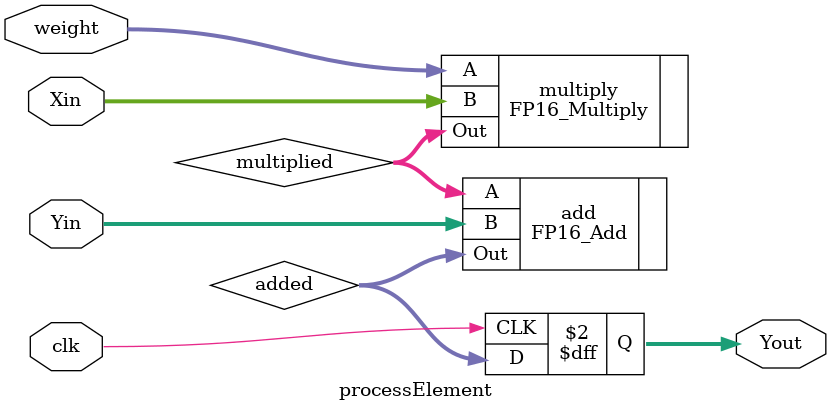
<source format=v>
module processElement(clk, weight, Xin, Yin, Yout);
	input clk;
	input [15:0]weight;
	input [15:0]Xin, Yin;
	output reg [15:0]Yout;
	
	wire [15:0]multiplied, added;
	FP16_Multiply multiply(.A(weight), .B(Xin), .Out(multiplied));
	FP16_Add add(.A(multiplied), .B(Yin), .Out(added));
	
	always@(posedge clk)
		begin
			Yout <= added;
		end
endmodule

</source>
